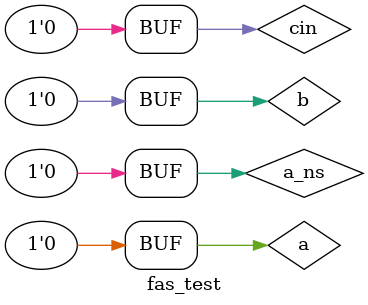
<source format=sv>
module fas_test;

// Put your code here
// ------------------
 	 logic a;          // Data input 0
     logic b;          // Data input 1
     logic cin;          // Data input 2
     logic a_ns;        // A_nS (add/not subtract) control
     logic s;         // Select input
     logic cout  ;         // Output

    fas uut (
        .a(a),
        .b(b),
        .cin(cin),
        .a_ns(a_ns),
        .s(s),
        .cout(cout)
    );

    initial begin
 
a = 0; 
b = 0;
cin = 0;
a_ns = 0;
#100;

a = 0;
b = 1;
cin = 0;
a_ns = 0;
#100;

a = 0;
b = 0;
cin = 0;
a_ns = 0;
#100;


	end

// End of your code

endmodule

</source>
